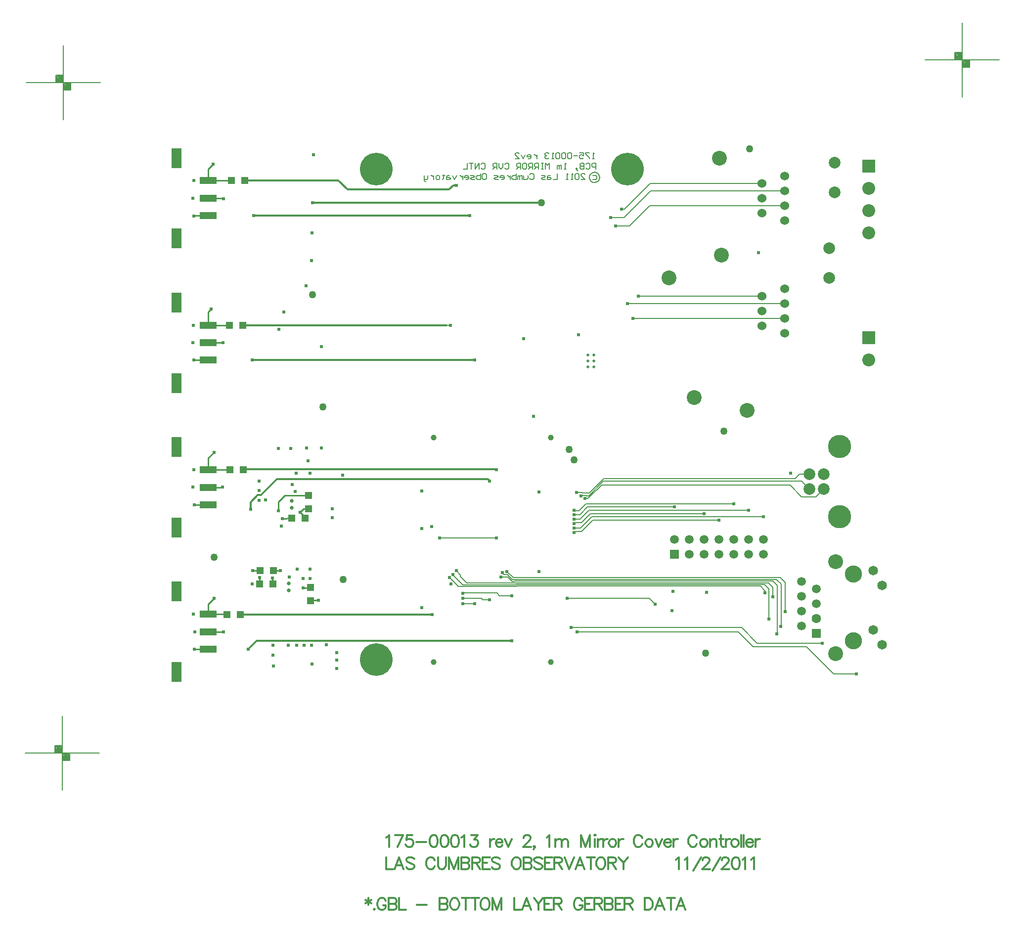
<source format=gbl>
%FSLAX23Y23*%
%MOIN*%
G70*
G01*
G75*
G04 Layer_Physical_Order=7*
G04 Layer_Color=16711680*
%ADD10R,0.025X0.100*%
%ADD11R,0.057X0.012*%
%ADD12R,0.025X0.185*%
%ADD13R,0.085X0.138*%
%ADD14R,0.085X0.043*%
%ADD15R,0.085X0.043*%
%ADD16R,0.035X0.053*%
%ADD17R,0.053X0.053*%
%ADD18R,0.070X0.135*%
%ADD19R,0.036X0.036*%
%ADD20R,0.098X0.268*%
%ADD21R,0.078X0.048*%
%ADD22R,0.063X0.075*%
%ADD23R,0.050X0.050*%
%ADD24R,0.079X0.209*%
%ADD25R,0.094X0.130*%
%ADD26O,0.028X0.098*%
%ADD27R,0.087X0.059*%
%ADD28O,0.027X0.010*%
%ADD29R,0.065X0.094*%
%ADD30O,0.024X0.010*%
%ADD31R,0.135X0.070*%
%ADD32R,0.050X0.050*%
%ADD33R,0.115X0.050*%
%ADD34R,0.065X0.135*%
%ADD35C,0.050*%
%ADD36C,0.008*%
%ADD37C,0.005*%
%ADD38C,0.012*%
%ADD39C,0.010*%
%ADD40C,0.020*%
%ADD41C,0.100*%
%ADD42C,0.030*%
%ADD43C,0.025*%
%ADD44C,0.012*%
%ADD45C,0.012*%
%ADD46C,0.060*%
%ADD47C,0.039*%
%ADD48C,0.220*%
%ADD49C,0.020*%
%ADD50C,0.059*%
%ADD51R,0.059X0.059*%
%ADD52C,0.063*%
%ADD53C,0.116*%
%ADD54C,0.065*%
%ADD55C,0.100*%
%ADD56C,0.079*%
%ADD57R,0.059X0.059*%
%ADD58C,0.059*%
%ADD59C,0.087*%
%ADD60R,0.087X0.087*%
%ADD61C,0.157*%
%ADD62C,0.026*%
%ADD63C,0.024*%
%ADD64C,0.050*%
%ADD65C,0.040*%
%ADD66C,0.070*%
G04:AMPARAMS|DCode=67|XSize=90mil|YSize=90mil|CornerRadius=0mil|HoleSize=0mil|Usage=FLASHONLY|Rotation=0.000|XOffset=0mil|YOffset=0mil|HoleType=Round|Shape=Relief|Width=10mil|Gap=10mil|Entries=4|*
%AMTHD67*
7,0,0,0.090,0.070,0.010,45*
%
%ADD67THD67*%
%ADD68C,0.080*%
%ADD69C,0.206*%
%ADD70C,0.075*%
%ADD71C,0.168*%
%ADD72C,0.080*%
%ADD73C,0.103*%
%ADD74C,0.087*%
%ADD75C,0.075*%
%ADD76C,0.076*%
%ADD77C,0.131*%
%ADD78C,0.053*%
G04:AMPARAMS|DCode=79|XSize=110mil|YSize=110mil|CornerRadius=0mil|HoleSize=0mil|Usage=FLASHONLY|Rotation=0.000|XOffset=0mil|YOffset=0mil|HoleType=Round|Shape=Relief|Width=10mil|Gap=10mil|Entries=4|*
%AMTHD79*
7,0,0,0.110,0.090,0.010,45*
%
%ADD79THD79*%
G04:AMPARAMS|DCode=80|XSize=70mil|YSize=70mil|CornerRadius=0mil|HoleSize=0mil|Usage=FLASHONLY|Rotation=0.000|XOffset=0mil|YOffset=0mil|HoleType=Round|Shape=Relief|Width=10mil|Gap=10mil|Entries=4|*
%AMTHD80*
7,0,0,0.070,0.050,0.010,45*
%
%ADD80THD80*%
G04:AMPARAMS|DCode=81|XSize=120mil|YSize=120mil|CornerRadius=0mil|HoleSize=0mil|Usage=FLASHONLY|Rotation=0.000|XOffset=0mil|YOffset=0mil|HoleType=Round|Shape=Relief|Width=10mil|Gap=10mil|Entries=4|*
%AMTHD81*
7,0,0,0.120,0.100,0.010,45*
%
%ADD81THD81*%
%ADD82C,0.068*%
G04:AMPARAMS|DCode=83|XSize=100mil|YSize=100mil|CornerRadius=0mil|HoleSize=0mil|Usage=FLASHONLY|Rotation=0.000|XOffset=0mil|YOffset=0mil|HoleType=Round|Shape=Relief|Width=10mil|Gap=10mil|Entries=4|*
%AMTHD83*
7,0,0,0.100,0.080,0.010,45*
%
%ADD83THD83*%
G04:AMPARAMS|DCode=84|XSize=123mil|YSize=123mil|CornerRadius=0mil|HoleSize=0mil|Usage=FLASHONLY|Rotation=0.000|XOffset=0mil|YOffset=0mil|HoleType=Round|Shape=Relief|Width=10mil|Gap=10mil|Entries=4|*
%AMTHD84*
7,0,0,0.123,0.103,0.010,45*
%
%ADD84THD84*%
G04:AMPARAMS|DCode=85|XSize=95.433mil|YSize=95.433mil|CornerRadius=0mil|HoleSize=0mil|Usage=FLASHONLY|Rotation=0.000|XOffset=0mil|YOffset=0mil|HoleType=Round|Shape=Relief|Width=10mil|Gap=10mil|Entries=4|*
%AMTHD85*
7,0,0,0.095,0.075,0.010,45*
%
%ADD85THD85*%
G04:AMPARAMS|DCode=86|XSize=107.244mil|YSize=107.244mil|CornerRadius=0mil|HoleSize=0mil|Usage=FLASHONLY|Rotation=0.000|XOffset=0mil|YOffset=0mil|HoleType=Round|Shape=Relief|Width=10mil|Gap=10mil|Entries=4|*
%AMTHD86*
7,0,0,0.107,0.087,0.010,45*
%
%ADD86THD86*%
G04:AMPARAMS|DCode=87|XSize=96.221mil|YSize=96.221mil|CornerRadius=0mil|HoleSize=0mil|Usage=FLASHONLY|Rotation=0.000|XOffset=0mil|YOffset=0mil|HoleType=Round|Shape=Relief|Width=10mil|Gap=10mil|Entries=4|*
%AMTHD87*
7,0,0,0.096,0.076,0.010,45*
%
%ADD87THD87*%
G04:AMPARAMS|DCode=88|XSize=150.551mil|YSize=150.551mil|CornerRadius=0mil|HoleSize=0mil|Usage=FLASHONLY|Rotation=0.000|XOffset=0mil|YOffset=0mil|HoleType=Round|Shape=Relief|Width=10mil|Gap=10mil|Entries=4|*
%AMTHD88*
7,0,0,0.151,0.131,0.010,45*
%
%ADD88THD88*%
G04:AMPARAMS|DCode=89|XSize=72.992mil|YSize=72.992mil|CornerRadius=0mil|HoleSize=0mil|Usage=FLASHONLY|Rotation=0.000|XOffset=0mil|YOffset=0mil|HoleType=Round|Shape=Relief|Width=10mil|Gap=10mil|Entries=4|*
%AMTHD89*
7,0,0,0.073,0.053,0.010,45*
%
%ADD89THD89*%
%ADD90C,0.090*%
G04:AMPARAMS|DCode=91|XSize=88mil|YSize=88mil|CornerRadius=0mil|HoleSize=0mil|Usage=FLASHONLY|Rotation=0.000|XOffset=0mil|YOffset=0mil|HoleType=Round|Shape=Relief|Width=10mil|Gap=10mil|Entries=4|*
%AMTHD91*
7,0,0,0.088,0.068,0.010,45*
%
%ADD91THD91*%
D23*
X12445Y11034D02*
D03*
X12535D02*
D03*
X12465Y12009D02*
D03*
X12555D02*
D03*
X12461Y12983D02*
D03*
X12551D02*
D03*
X12475Y13959D02*
D03*
X12565D02*
D03*
X12970Y11682D02*
D03*
X12880D02*
D03*
X12662Y11240D02*
D03*
X12752D02*
D03*
X12757Y11328D02*
D03*
X12667D02*
D03*
D32*
X12995Y11837D02*
D03*
Y11747D02*
D03*
X13007Y11125D02*
D03*
Y11215D02*
D03*
D33*
X12318Y11035D02*
D03*
Y10917D02*
D03*
Y10799D02*
D03*
Y13958D02*
D03*
Y13840D02*
D03*
Y13722D02*
D03*
Y12984D02*
D03*
Y12866D02*
D03*
Y12748D02*
D03*
Y12009D02*
D03*
Y11891D02*
D03*
Y11773D02*
D03*
D34*
X12102Y11188D02*
D03*
Y10646D02*
D03*
Y14111D02*
D03*
Y13569D02*
D03*
Y13137D02*
D03*
Y12594D02*
D03*
Y12162D02*
D03*
Y11620D02*
D03*
D36*
X14956Y13981D02*
X14955Y13991D01*
X14950Y14000D01*
X14943Y14007D01*
X14935Y14012D01*
X14925Y14015D01*
X14915Y14014D01*
X14905Y14010D01*
X14897Y14004D01*
X14891Y13995D01*
X14888Y13986D01*
Y13976D01*
X14891Y13966D01*
X14897Y13957D01*
X14905Y13951D01*
X14915Y13947D01*
X14925Y13947D01*
X14935Y13949D01*
X14943Y13954D01*
X14950Y13961D01*
X14955Y13971D01*
X14956Y13981D01*
X14034Y11142D02*
X14160D01*
X14168Y11133D01*
X14279Y11161D02*
X14361D01*
X14262Y11179D02*
X14279Y11161D01*
X14034Y11105D02*
X14112D01*
X14214Y11133D02*
X14215Y11134D01*
X14168Y11133D02*
X14214D01*
X14361Y11161D02*
X14362Y11160D01*
X14034Y11179D02*
X14262D01*
X13925Y12983D02*
X13950D01*
X13878Y11551D02*
X14260D01*
X15289Y11144D02*
X15329Y11104D01*
X14738Y11144D02*
X15289D01*
X15181Y13030D02*
X16202D01*
X15181Y13029D02*
X15181Y13030D01*
X15144Y13130D02*
X16202D01*
X15143Y13128D02*
X15144Y13130D01*
X15219Y13180D02*
X16049D01*
X15218Y13180D02*
X15219Y13180D01*
X15293Y13790D02*
X16202D01*
X15156Y13652D02*
X15293Y13790D01*
X15065Y13652D02*
X15156D01*
X15300Y13890D02*
X16202D01*
X15121Y13710D02*
X15300Y13890D01*
X15029Y13710D02*
X15121D01*
X15297Y13940D02*
X16049D01*
X15124Y13766D02*
X15297Y13940D01*
X15102Y13766D02*
X15124D01*
X16018Y10840D02*
X16457D01*
X15912Y10946D02*
X16018Y10840D01*
X14764Y10946D02*
X15912D01*
X16532Y10634D02*
X16688D01*
X16349Y10817D02*
X16532Y10634D01*
X15989Y10817D02*
X16349D01*
X14805Y10917D02*
X15889D01*
X15989Y10817D01*
X14919Y14106D02*
X14906D01*
X14912D01*
Y14146D01*
X14919Y14140D01*
X14886Y14146D02*
X14859D01*
Y14140D01*
X14886Y14113D01*
Y14106D01*
X14819Y14146D02*
X14846D01*
Y14126D01*
X14832Y14133D01*
X14826D01*
X14819Y14126D01*
Y14113D01*
X14826Y14106D01*
X14839D01*
X14846Y14113D01*
X14806Y14126D02*
X14779D01*
X14766Y14140D02*
X14759Y14146D01*
X14746D01*
X14739Y14140D01*
Y14113D01*
X14746Y14106D01*
X14759D01*
X14766Y14113D01*
Y14140D01*
X14726D02*
X14719Y14146D01*
X14706D01*
X14699Y14140D01*
Y14113D01*
X14706Y14106D01*
X14719D01*
X14726Y14113D01*
Y14140D01*
X14686D02*
X14679Y14146D01*
X14666D01*
X14659Y14140D01*
Y14113D01*
X14666Y14106D01*
X14679D01*
X14686Y14113D01*
Y14140D01*
X14646Y14106D02*
X14632D01*
X14639D01*
Y14146D01*
X14646Y14140D01*
X14612D02*
X14606Y14146D01*
X14592D01*
X14586Y14140D01*
Y14133D01*
X14592Y14126D01*
X14599D01*
X14592D01*
X14586Y14120D01*
Y14113D01*
X14592Y14106D01*
X14606D01*
X14612Y14113D01*
X14532Y14133D02*
Y14106D01*
Y14120D01*
X14526Y14126D01*
X14519Y14133D01*
X14512D01*
X14473Y14106D02*
X14486D01*
X14493Y14113D01*
Y14126D01*
X14486Y14133D01*
X14473D01*
X14466Y14126D01*
Y14120D01*
X14493D01*
X14453Y14133D02*
X14439Y14106D01*
X14426Y14133D01*
X14386Y14106D02*
X14413D01*
X14386Y14133D01*
Y14140D01*
X14393Y14146D01*
X14406D01*
X14413Y14140D01*
X14929Y14035D02*
Y14075D01*
X14909D01*
X14902Y14069D01*
Y14055D01*
X14909Y14049D01*
X14929D01*
X14862Y14069D02*
X14869Y14075D01*
X14882D01*
X14889Y14069D01*
Y14042D01*
X14882Y14035D01*
X14869D01*
X14862Y14042D01*
X14849Y14075D02*
Y14035D01*
X14829D01*
X14822Y14042D01*
Y14049D01*
X14829Y14055D01*
X14849D01*
X14829D01*
X14822Y14062D01*
Y14069D01*
X14829Y14075D01*
X14849D01*
X14802Y14029D02*
X14796Y14035D01*
Y14042D01*
X14802D01*
Y14035D01*
X14796D01*
X14802Y14029D01*
X14809Y14022D01*
X14729Y14035D02*
X14716D01*
X14722D01*
Y14075D01*
X14729Y14069D01*
X14696Y14035D02*
Y14062D01*
X14689D01*
X14682Y14055D01*
Y14035D01*
Y14055D01*
X14676Y14062D01*
X14669Y14055D01*
Y14035D01*
X14616D02*
Y14075D01*
X14602Y14062D01*
X14589Y14075D01*
Y14035D01*
X14576Y14075D02*
X14562D01*
X14569D01*
Y14035D01*
X14576D01*
X14562D01*
X14542D02*
Y14075D01*
X14522D01*
X14516Y14069D01*
Y14055D01*
X14522Y14049D01*
X14542D01*
X14529D02*
X14516Y14035D01*
X14503D02*
Y14075D01*
X14483D01*
X14476Y14069D01*
Y14055D01*
X14483Y14049D01*
X14503D01*
X14489D02*
X14476Y14035D01*
X14443Y14075D02*
X14456D01*
X14463Y14069D01*
Y14042D01*
X14456Y14035D01*
X14443D01*
X14436Y14042D01*
Y14069D01*
X14443Y14075D01*
X14423Y14035D02*
Y14075D01*
X14403D01*
X14396Y14069D01*
Y14055D01*
X14403Y14049D01*
X14423D01*
X14409D02*
X14396Y14035D01*
X14316Y14069D02*
X14323Y14075D01*
X14336D01*
X14343Y14069D01*
Y14042D01*
X14336Y14035D01*
X14323D01*
X14316Y14042D01*
X14303Y14075D02*
Y14049D01*
X14289Y14035D01*
X14276Y14049D01*
Y14075D01*
X14263Y14035D02*
Y14075D01*
X14243D01*
X14236Y14069D01*
Y14055D01*
X14243Y14049D01*
X14263D01*
X14249D02*
X14236Y14035D01*
X14156Y14069D02*
X14163Y14075D01*
X14176D01*
X14183Y14069D01*
Y14042D01*
X14176Y14035D01*
X14163D01*
X14156Y14042D01*
X14143Y14035D02*
Y14075D01*
X14116Y14035D01*
Y14075D01*
X14103D02*
X14076D01*
X14089D01*
Y14035D01*
X14063Y14075D02*
Y14035D01*
X14036D01*
X14911Y13994D02*
X14931D01*
X14938Y13987D01*
Y13974D01*
X14931Y13967D01*
X14911D01*
X14831D02*
X14858D01*
X14831Y13994D01*
Y14001D01*
X14838Y14007D01*
X14851D01*
X14858Y14001D01*
X14818D02*
X14811Y14007D01*
X14798D01*
X14791Y14001D01*
Y13974D01*
X14798Y13967D01*
X14811D01*
X14818Y13974D01*
Y14001D01*
X14778Y13967D02*
X14765D01*
X14771D01*
Y14007D01*
X14778Y14001D01*
X14745Y13967D02*
X14731D01*
X14738D01*
Y14007D01*
X14745Y14001D01*
X14671Y14007D02*
Y13967D01*
X14645D01*
X14625Y13994D02*
X14611D01*
X14605Y13987D01*
Y13967D01*
X14625D01*
X14631Y13974D01*
X14625Y13981D01*
X14605D01*
X14591Y13967D02*
X14571D01*
X14565Y13974D01*
X14571Y13981D01*
X14585D01*
X14591Y13987D01*
X14585Y13994D01*
X14565D01*
X14485Y14001D02*
X14492Y14007D01*
X14505D01*
X14512Y14001D01*
Y13974D01*
X14505Y13967D01*
X14492D01*
X14485Y13974D01*
X14472Y13994D02*
Y13974D01*
X14465Y13967D01*
X14445D01*
Y13994D01*
X14432Y13967D02*
Y13994D01*
X14425D01*
X14418Y13987D01*
Y13967D01*
Y13987D01*
X14412Y13994D01*
X14405Y13987D01*
Y13967D01*
X14392Y14007D02*
Y13967D01*
X14372D01*
X14365Y13974D01*
Y13981D01*
Y13987D01*
X14372Y13994D01*
X14392D01*
X14352D02*
Y13967D01*
Y13981D01*
X14345Y13987D01*
X14338Y13994D01*
X14332D01*
X14292Y13967D02*
X14305D01*
X14312Y13974D01*
Y13987D01*
X14305Y13994D01*
X14292D01*
X14285Y13987D01*
Y13981D01*
X14312D01*
X14272Y13967D02*
X14252D01*
X14245Y13974D01*
X14252Y13981D01*
X14265D01*
X14272Y13987D01*
X14265Y13994D01*
X14245D01*
X14172Y14007D02*
X14185D01*
X14192Y14001D01*
Y13974D01*
X14185Y13967D01*
X14172D01*
X14165Y13974D01*
Y14001D01*
X14172Y14007D01*
X14152D02*
Y13967D01*
X14132D01*
X14125Y13974D01*
Y13981D01*
Y13987D01*
X14132Y13994D01*
X14152D01*
X14112Y13967D02*
X14092D01*
X14085Y13974D01*
X14092Y13981D01*
X14105D01*
X14112Y13987D01*
X14105Y13994D01*
X14085D01*
X14052Y13967D02*
X14065D01*
X14072Y13974D01*
Y13987D01*
X14065Y13994D01*
X14052D01*
X14045Y13987D01*
Y13981D01*
X14072D01*
X14032Y13994D02*
Y13967D01*
Y13981D01*
X14025Y13987D01*
X14018Y13994D01*
X14012D01*
X13992D02*
X13978Y13967D01*
X13965Y13994D01*
X13945D02*
X13932D01*
X13925Y13987D01*
Y13967D01*
X13945D01*
X13952Y13974D01*
X13945Y13981D01*
X13925D01*
X13905Y14001D02*
Y13994D01*
X13912D01*
X13898D01*
X13905D01*
Y13974D01*
X13898Y13967D01*
X13872D02*
X13858D01*
X13852Y13974D01*
Y13987D01*
X13858Y13994D01*
X13872D01*
X13878Y13987D01*
Y13974D01*
X13872Y13967D01*
X13838Y13994D02*
Y13967D01*
Y13981D01*
X13832Y13987D01*
X13825Y13994D01*
X13818D01*
X13798D02*
Y13974D01*
X13792Y13967D01*
X13772D01*
Y13961D01*
X13778Y13954D01*
X13785D01*
X13772Y13967D02*
Y13994D01*
X11311Y14643D02*
X11321D01*
X11311Y14638D02*
Y14648D01*
Y14638D02*
X11321D01*
Y14648D01*
X11311D02*
X11321D01*
X11306Y14633D02*
Y14648D01*
Y14633D02*
X11326D01*
Y14653D01*
X11306D02*
X11326D01*
X11301Y14628D02*
Y14653D01*
Y14628D02*
X11331D01*
Y14658D01*
X11301D02*
X11331D01*
X11296Y14623D02*
Y14663D01*
Y14623D02*
X11336D01*
Y14663D01*
X11296D02*
X11336D01*
X11361Y14593D02*
X11371D01*
X11361Y14588D02*
Y14598D01*
Y14588D02*
X11371D01*
Y14598D01*
X11361D02*
X11371D01*
X11356Y14583D02*
Y14598D01*
Y14583D02*
X11376D01*
Y14603D01*
X11356D02*
X11376D01*
X11351Y14578D02*
Y14603D01*
Y14578D02*
X11381D01*
Y14608D01*
X11351D02*
X11381D01*
X11346Y14573D02*
Y14613D01*
Y14573D02*
X11386D01*
Y14613D01*
X11346D02*
X11386D01*
X11341Y14568D02*
X11391D01*
Y14618D01*
X11291Y14668D02*
X11341D01*
X11291Y14618D02*
Y14668D01*
X11341Y14368D02*
Y14868D01*
X11091Y14618D02*
X11591D01*
X11302Y10123D02*
X11312D01*
X11302Y10118D02*
Y10128D01*
Y10118D02*
X11312D01*
Y10128D01*
X11302D02*
X11312D01*
X11297Y10113D02*
Y10128D01*
Y10113D02*
X11317D01*
Y10133D01*
X11297D02*
X11317D01*
X11292Y10108D02*
Y10133D01*
Y10108D02*
X11322D01*
Y10138D01*
X11292D02*
X11322D01*
X11287Y10103D02*
Y10143D01*
Y10103D02*
X11327D01*
Y10143D01*
X11287D02*
X11327D01*
X11352Y10073D02*
X11362D01*
X11352Y10068D02*
Y10078D01*
Y10068D02*
X11362D01*
Y10078D01*
X11352D02*
X11362D01*
X11347Y10063D02*
Y10078D01*
Y10063D02*
X11367D01*
Y10083D01*
X11347D02*
X11367D01*
X11342Y10058D02*
Y10083D01*
Y10058D02*
X11372D01*
Y10088D01*
X11342D02*
X11372D01*
X11337Y10053D02*
Y10093D01*
Y10053D02*
X11377D01*
Y10093D01*
X11337D02*
X11377D01*
X11332Y10048D02*
X11382D01*
Y10098D01*
X11282Y10148D02*
X11332D01*
X11282Y10098D02*
Y10148D01*
X11332Y9848D02*
Y10348D01*
X11082Y10098D02*
X11582D01*
X17370Y14798D02*
X17380D01*
X17370Y14793D02*
Y14803D01*
Y14793D02*
X17380Y14793D01*
X17380Y14803D01*
X17370D02*
X17380D01*
X17365Y14788D02*
Y14803D01*
Y14788D02*
X17385D01*
Y14808D01*
X17365Y14808D02*
X17385Y14808D01*
X17360Y14783D02*
Y14808D01*
Y14783D02*
X17390D01*
Y14813D01*
X17360D02*
X17390D01*
X17355Y14778D02*
Y14818D01*
Y14778D02*
X17395D01*
Y14818D01*
X17355D02*
X17395D01*
X17420Y14748D02*
X17430D01*
X17420Y14743D02*
X17420Y14753D01*
X17420Y14743D02*
X17430D01*
Y14753D01*
X17420Y14753D02*
X17430Y14753D01*
X17415Y14738D02*
Y14753D01*
Y14738D02*
X17435Y14738D01*
X17435Y14758D02*
X17435Y14738D01*
X17415Y14758D02*
X17435D01*
X17410Y14733D02*
Y14758D01*
Y14733D02*
X17440D01*
Y14763D01*
X17410D02*
X17440D01*
X17405Y14728D02*
Y14768D01*
Y14728D02*
X17445D01*
Y14768D01*
X17405D02*
X17445D01*
X17400Y14723D02*
X17450Y14723D01*
X17450Y14773D02*
X17450Y14723D01*
X17350Y14823D02*
X17400Y14823D01*
X17350Y14823D02*
X17350Y14773D01*
X17400Y14523D02*
Y15023D01*
X17150Y14773D02*
X17650D01*
D37*
X13990Y11328D02*
Y11328D01*
Y11328D02*
X14017Y11301D01*
Y11288D02*
Y11301D01*
Y11288D02*
X14060Y11245D01*
X13965Y11304D02*
X13966D01*
X13964Y11302D02*
X13965Y11304D01*
X16147Y11271D02*
X16179Y11239D01*
X13944Y11282D02*
X14003Y11223D01*
X13964Y11302D02*
X14032Y11234D01*
X14366Y11256D02*
X14378D01*
X14338Y11285D02*
X14366Y11256D01*
X14060Y11245D02*
X14382D01*
X14032Y11234D02*
X14387D01*
X14003Y11223D02*
X14392D01*
X14367Y11271D02*
X16147D01*
X14310Y11304D02*
X14334D01*
X14299Y11315D02*
X14310Y11304D01*
X14334D02*
X14367Y11271D01*
X16040Y11225D02*
X16071Y11194D01*
X14394Y11225D02*
X16040D01*
X14392Y11223D02*
X14394Y11225D01*
X16067Y11236D02*
X16098Y11205D01*
X14389Y11236D02*
X16067D01*
X14387Y11234D02*
X14389Y11236D01*
X16094Y11247D02*
X16125Y11217D01*
X14384Y11247D02*
X16094D01*
X14382Y11245D02*
X14384Y11247D01*
X14380Y11258D02*
X16122D01*
X14378Y11256D02*
X14380Y11258D01*
X14289Y11285D02*
X14338D01*
X16175Y11282D02*
X16206Y11250D01*
X14372Y11282D02*
X16175D01*
X14329Y11324D02*
X14372Y11282D01*
X14902Y11692D02*
X16059D01*
X14883Y11736D02*
X15959D01*
X14865Y11780D02*
X15860D01*
X14911Y11670D02*
X15760D01*
X14817Y11732D02*
X14865Y11780D01*
X14823Y11706D02*
X14874Y11758D01*
X14824Y11676D02*
X14883Y11736D01*
X14833Y11654D02*
X14893Y11714D01*
X14826Y11616D02*
X14902Y11692D01*
X14874Y11758D02*
X15460D01*
X14893Y11714D02*
X15660D01*
X14787Y11732D02*
X14817D01*
X14783Y11736D02*
X14787Y11732D01*
X14783Y11706D02*
X14823D01*
X14835Y11594D02*
X14911Y11670D01*
X14791Y11594D02*
X14835D01*
X14783Y11616D02*
X14826D01*
X14791Y11654D02*
X14833D01*
X14783Y11646D02*
X14791Y11654D01*
X14783Y11676D02*
X14824D01*
X14982Y11951D02*
X16274D01*
X14980Y11933D02*
X16316D01*
X14882Y11834D02*
X14980Y11933D01*
X14831Y11835D02*
X14867D01*
X14830Y11834D02*
X14831Y11835D01*
X14886Y11854D02*
X14982Y11951D01*
X14800Y11855D02*
X14838D01*
X14799Y11854D02*
X14800Y11855D01*
X14839Y11854D02*
X14886D01*
X14838Y11855D02*
X14839Y11854D01*
X14867Y11834D02*
X14882D01*
X14867Y11835D02*
X14867Y11834D01*
X16239Y11907D02*
X16318Y11827D01*
X14969Y11907D02*
X16239D01*
X14877Y11815D02*
X14969Y11907D01*
X16316Y11933D02*
X16369Y11880D01*
X14850Y11815D02*
X14877D01*
X16274Y11951D02*
X16303Y11979D01*
X16369D01*
X16414Y11827D02*
X16467Y11880D01*
X16318Y11827D02*
X16414D01*
X16151Y10904D02*
X16152Y10905D01*
Y11228D01*
X16097Y11004D02*
X16098Y11005D01*
Y11205D01*
X16206Y11055D02*
X16207Y11054D01*
X16206Y11055D02*
Y11250D01*
X16125Y11154D02*
Y11217D01*
X16071Y11178D02*
Y11194D01*
X16179Y10953D02*
Y11239D01*
X16122Y11258D02*
X16152Y11228D01*
X14329Y11319D02*
Y11324D01*
D38*
X13971Y13927D02*
X13990D01*
X12565Y13959D02*
X13195D01*
X14203Y11947D02*
X14215Y11934D01*
X12781Y11947D02*
X14203D01*
X12602Y11744D02*
Y11790D01*
X12650Y11838D01*
X12672D01*
X12781Y11947D01*
X12625Y13722D02*
X14079Y13723D01*
X12615Y12750D02*
X14112D01*
X12555Y12012D02*
X14260D01*
X12644Y10856D02*
X14366D01*
X12587Y10799D02*
X12644Y10856D01*
X12551Y12983D02*
X13925D01*
X12535Y11034D02*
X13827D01*
X13021Y13808D02*
X14565D01*
X13195Y13959D02*
X13256Y13898D01*
X13941D01*
X13971Y13927D01*
X13518Y9531D02*
X13526Y9535D01*
X13537Y9546D01*
Y9466D01*
X13630Y9546D02*
X13592Y9466D01*
X13577Y9546D02*
X13630D01*
X13694D02*
X13656D01*
X13652Y9512D01*
X13656Y9516D01*
X13667Y9520D01*
X13679D01*
X13690Y9516D01*
X13698Y9508D01*
X13701Y9497D01*
Y9489D01*
X13698Y9478D01*
X13690Y9470D01*
X13679Y9466D01*
X13667D01*
X13656Y9470D01*
X13652Y9474D01*
X13648Y9482D01*
X13719Y9501D02*
X13788D01*
X13834Y9546D02*
X13823Y9543D01*
X13815Y9531D01*
X13811Y9512D01*
Y9501D01*
X13815Y9482D01*
X13823Y9470D01*
X13834Y9466D01*
X13842D01*
X13853Y9470D01*
X13861Y9482D01*
X13865Y9501D01*
Y9512D01*
X13861Y9531D01*
X13853Y9543D01*
X13842Y9546D01*
X13834D01*
X13906D02*
X13894Y9543D01*
X13886Y9531D01*
X13883Y9512D01*
Y9501D01*
X13886Y9482D01*
X13894Y9470D01*
X13906Y9466D01*
X13913D01*
X13925Y9470D01*
X13932Y9482D01*
X13936Y9501D01*
Y9512D01*
X13932Y9531D01*
X13925Y9543D01*
X13913Y9546D01*
X13906D01*
X13977D02*
X13965Y9543D01*
X13958Y9531D01*
X13954Y9512D01*
Y9501D01*
X13958Y9482D01*
X13965Y9470D01*
X13977Y9466D01*
X13984D01*
X13996Y9470D01*
X14003Y9482D01*
X14007Y9501D01*
Y9512D01*
X14003Y9531D01*
X13996Y9543D01*
X13984Y9546D01*
X13977D01*
X14025Y9531D02*
X14033Y9535D01*
X14044Y9546D01*
Y9466D01*
X14091Y9546D02*
X14133D01*
X14110Y9516D01*
X14122D01*
X14129Y9512D01*
X14133Y9508D01*
X14137Y9497D01*
Y9489D01*
X14133Y9478D01*
X14126Y9470D01*
X14114Y9466D01*
X14103D01*
X14091Y9470D01*
X14088Y9474D01*
X14084Y9482D01*
X14218Y9520D02*
Y9466D01*
Y9497D02*
X14222Y9508D01*
X14229Y9516D01*
X14237Y9520D01*
X14248D01*
X14256Y9497D02*
X14301D01*
Y9504D01*
X14297Y9512D01*
X14294Y9516D01*
X14286Y9520D01*
X14275D01*
X14267Y9516D01*
X14259Y9508D01*
X14256Y9497D01*
Y9489D01*
X14259Y9478D01*
X14267Y9470D01*
X14275Y9466D01*
X14286D01*
X14294Y9470D01*
X14301Y9478D01*
X14318Y9520D02*
X14341Y9466D01*
X14364Y9520D02*
X14341Y9466D01*
X14444Y9527D02*
Y9531D01*
X14447Y9539D01*
X14451Y9543D01*
X14459Y9546D01*
X14474D01*
X14482Y9543D01*
X14486Y9539D01*
X14489Y9531D01*
Y9523D01*
X14486Y9516D01*
X14478Y9504D01*
X14440Y9466D01*
X14493D01*
X14519Y9470D02*
X14515Y9466D01*
X14511Y9470D01*
X14515Y9474D01*
X14519Y9470D01*
Y9463D01*
X14515Y9455D01*
X14511Y9451D01*
X14599Y9531D02*
X14607Y9535D01*
X14618Y9546D01*
Y9466D01*
X14658Y9520D02*
Y9466D01*
Y9504D02*
X14669Y9516D01*
X14677Y9520D01*
X14688D01*
X14696Y9516D01*
X14700Y9504D01*
Y9466D01*
Y9504D02*
X14711Y9516D01*
X14719Y9520D01*
X14730D01*
X14738Y9516D01*
X14742Y9504D01*
Y9466D01*
X14830Y9546D02*
Y9466D01*
Y9546D02*
X14860Y9466D01*
X14890Y9546D02*
X14860Y9466D01*
X14890Y9546D02*
Y9466D01*
X14921Y9546D02*
X14925Y9543D01*
X14929Y9546D01*
X14925Y9550D01*
X14921Y9546D01*
X14925Y9520D02*
Y9466D01*
X14943Y9520D02*
Y9466D01*
Y9497D02*
X14946Y9508D01*
X14954Y9516D01*
X14962Y9520D01*
X14973D01*
X14980D02*
Y9466D01*
Y9497D02*
X14984Y9508D01*
X14992Y9516D01*
X14999Y9520D01*
X15011D01*
X15037D02*
X15029Y9516D01*
X15022Y9508D01*
X15018Y9497D01*
Y9489D01*
X15022Y9478D01*
X15029Y9470D01*
X15037Y9466D01*
X15049D01*
X15056Y9470D01*
X15064Y9478D01*
X15068Y9489D01*
Y9497D01*
X15064Y9508D01*
X15056Y9516D01*
X15049Y9520D01*
X15037D01*
X15085D02*
Y9466D01*
Y9497D02*
X15089Y9508D01*
X15097Y9516D01*
X15104Y9520D01*
X15116D01*
X15243Y9527D02*
X15239Y9535D01*
X15231Y9543D01*
X15224Y9546D01*
X15208D01*
X15201Y9543D01*
X15193Y9535D01*
X15189Y9527D01*
X15186Y9516D01*
Y9497D01*
X15189Y9485D01*
X15193Y9478D01*
X15201Y9470D01*
X15208Y9466D01*
X15224D01*
X15231Y9470D01*
X15239Y9478D01*
X15243Y9485D01*
X15284Y9520D02*
X15277Y9516D01*
X15269Y9508D01*
X15265Y9497D01*
Y9489D01*
X15269Y9478D01*
X15277Y9470D01*
X15284Y9466D01*
X15296D01*
X15303Y9470D01*
X15311Y9478D01*
X15315Y9489D01*
Y9497D01*
X15311Y9508D01*
X15303Y9516D01*
X15296Y9520D01*
X15284D01*
X15332D02*
X15355Y9466D01*
X15378Y9520D02*
X15355Y9466D01*
X15391Y9497D02*
X15437D01*
Y9504D01*
X15433Y9512D01*
X15429Y9516D01*
X15421Y9520D01*
X15410D01*
X15402Y9516D01*
X15395Y9508D01*
X15391Y9497D01*
Y9489D01*
X15395Y9478D01*
X15402Y9470D01*
X15410Y9466D01*
X15421D01*
X15429Y9470D01*
X15437Y9478D01*
X15454Y9520D02*
Y9466D01*
Y9497D02*
X15458Y9508D01*
X15465Y9516D01*
X15473Y9520D01*
X15484D01*
X15611Y9527D02*
X15608Y9535D01*
X15600Y9543D01*
X15592Y9546D01*
X15577D01*
X15570Y9543D01*
X15562Y9535D01*
X15558Y9527D01*
X15554Y9516D01*
Y9497D01*
X15558Y9485D01*
X15562Y9478D01*
X15570Y9470D01*
X15577Y9466D01*
X15592D01*
X15600Y9470D01*
X15608Y9478D01*
X15611Y9485D01*
X15653Y9520D02*
X15645Y9516D01*
X15638Y9508D01*
X15634Y9497D01*
Y9489D01*
X15638Y9478D01*
X15645Y9470D01*
X15653Y9466D01*
X15664D01*
X15672Y9470D01*
X15680Y9478D01*
X15683Y9489D01*
Y9497D01*
X15680Y9508D01*
X15672Y9516D01*
X15664Y9520D01*
X15653D01*
X15701D02*
Y9466D01*
Y9504D02*
X15712Y9516D01*
X15720Y9520D01*
X15731D01*
X15739Y9516D01*
X15743Y9504D01*
Y9466D01*
X15775Y9546D02*
Y9482D01*
X15779Y9470D01*
X15787Y9466D01*
X15794D01*
X15764Y9520D02*
X15790D01*
X15806D02*
Y9466D01*
Y9497D02*
X15809Y9508D01*
X15817Y9516D01*
X15825Y9520D01*
X15836D01*
X15862D02*
X15855Y9516D01*
X15847Y9508D01*
X15843Y9497D01*
Y9489D01*
X15847Y9478D01*
X15855Y9470D01*
X15862Y9466D01*
X15874D01*
X15881Y9470D01*
X15889Y9478D01*
X15893Y9489D01*
Y9497D01*
X15889Y9508D01*
X15881Y9516D01*
X15874Y9520D01*
X15862D01*
X15910Y9546D02*
Y9466D01*
X15927Y9546D02*
Y9466D01*
X15944Y9497D02*
X15990D01*
Y9504D01*
X15986Y9512D01*
X15982Y9516D01*
X15974Y9520D01*
X15963D01*
X15955Y9516D01*
X15948Y9508D01*
X15944Y9497D01*
Y9489D01*
X15948Y9478D01*
X15955Y9470D01*
X15963Y9466D01*
X15974D01*
X15982Y9470D01*
X15990Y9478D01*
X16007Y9520D02*
Y9466D01*
Y9497D02*
X16011Y9508D01*
X16018Y9516D01*
X16026Y9520D01*
X16037D01*
D39*
X12417Y13840D02*
X12421Y13836D01*
X12318Y13840D02*
X12417D01*
X12414Y12866D02*
X12416Y12867D01*
X12318Y12866D02*
X12414D01*
X12412Y11891D02*
X12414Y11893D01*
X12318Y11891D02*
X12412D01*
X12219Y12748D02*
X12220Y12748D01*
X12318D01*
Y14036D02*
X12351Y14069D01*
X12318Y13958D02*
Y14036D01*
X12474Y13958D02*
X12475Y13959D01*
X12318Y13958D02*
X12474D01*
X12219Y13721D02*
X12220Y13722D01*
X12318D01*
Y13074D02*
X12338Y13094D01*
X12318Y12984D02*
Y13074D01*
Y12984D02*
X12461D01*
X12318Y12089D02*
X12356Y12127D01*
X12318Y12009D02*
Y12089D01*
X12465Y12009D02*
X12465Y12009D01*
X12318Y12009D02*
X12465D01*
X12223Y11772D02*
X12224Y11773D01*
X12318D01*
Y11104D02*
X12357Y11143D01*
X12318Y11035D02*
Y11104D01*
X12225Y10799D02*
X12226Y10799D01*
X12318D01*
X12444Y11035D02*
X12445Y11034D01*
X12318Y11035D02*
X12444D01*
X12421Y10917D02*
X12422Y10916D01*
X12318Y10917D02*
X12421D01*
X12956Y11212D02*
X13004D01*
X13010Y11128D02*
X13060D01*
X12757Y11328D02*
X12803D01*
X12804Y11329D01*
X12618Y11330D02*
X12665D01*
X13004Y11212D02*
X13007Y11215D01*
Y11125D02*
X13010Y11128D01*
X12750Y11242D02*
Y11279D01*
Y11242D02*
X12752Y11240D01*
X12665Y11330D02*
X12667Y11328D01*
X12662Y11240D02*
Y11282D01*
X12663Y11283D01*
X12936Y11724D02*
X12970Y11690D01*
X12789Y11794D02*
X12832Y11837D01*
X12995D01*
X12936Y11724D02*
X12959Y11747D01*
X12995D01*
X12817Y11680D02*
X12880Y11682D01*
X12789Y11734D02*
Y11794D01*
X12970Y11682D02*
Y11690D01*
D44*
X13397Y9122D02*
Y9076D01*
X13378Y9110D02*
X13416Y9087D01*
Y9110D02*
X13378Y9087D01*
X13437Y9049D02*
X13433Y9045D01*
X13437Y9042D01*
X13440Y9045D01*
X13437Y9049D01*
X13515Y9103D02*
X13511Y9110D01*
X13504Y9118D01*
X13496Y9122D01*
X13481D01*
X13473Y9118D01*
X13465Y9110D01*
X13462Y9103D01*
X13458Y9091D01*
Y9072D01*
X13462Y9061D01*
X13465Y9053D01*
X13473Y9045D01*
X13481Y9042D01*
X13496D01*
X13504Y9045D01*
X13511Y9053D01*
X13515Y9061D01*
Y9072D01*
X13496D02*
X13515D01*
X13533Y9122D02*
Y9042D01*
Y9122D02*
X13568D01*
X13579Y9118D01*
X13583Y9114D01*
X13587Y9106D01*
Y9099D01*
X13583Y9091D01*
X13579Y9087D01*
X13568Y9084D01*
X13533D02*
X13568D01*
X13579Y9080D01*
X13583Y9076D01*
X13587Y9068D01*
Y9057D01*
X13583Y9049D01*
X13579Y9045D01*
X13568Y9042D01*
X13533D01*
X13605Y9122D02*
Y9042D01*
X13650D01*
X13722Y9076D02*
X13790D01*
X13877Y9122D02*
Y9042D01*
Y9122D02*
X13911D01*
X13923Y9118D01*
X13926Y9114D01*
X13930Y9106D01*
Y9099D01*
X13926Y9091D01*
X13923Y9087D01*
X13911Y9084D01*
X13877D02*
X13911D01*
X13923Y9080D01*
X13926Y9076D01*
X13930Y9068D01*
Y9057D01*
X13926Y9049D01*
X13923Y9045D01*
X13911Y9042D01*
X13877D01*
X13971Y9122D02*
X13963Y9118D01*
X13956Y9110D01*
X13952Y9103D01*
X13948Y9091D01*
Y9072D01*
X13952Y9061D01*
X13956Y9053D01*
X13963Y9045D01*
X13971Y9042D01*
X13986D01*
X13994Y9045D01*
X14001Y9053D01*
X14005Y9061D01*
X14009Y9072D01*
Y9091D01*
X14005Y9103D01*
X14001Y9110D01*
X13994Y9118D01*
X13986Y9122D01*
X13971D01*
X14054D02*
Y9042D01*
X14028Y9122D02*
X14081D01*
X14117D02*
Y9042D01*
X14091Y9122D02*
X14144D01*
X14176D02*
X14169Y9118D01*
X14161Y9110D01*
X14157Y9103D01*
X14153Y9091D01*
Y9072D01*
X14157Y9061D01*
X14161Y9053D01*
X14169Y9045D01*
X14176Y9042D01*
X14191D01*
X14199Y9045D01*
X14207Y9053D01*
X14210Y9061D01*
X14214Y9072D01*
Y9091D01*
X14210Y9103D01*
X14207Y9110D01*
X14199Y9118D01*
X14191Y9122D01*
X14176D01*
X14233D02*
Y9042D01*
Y9122D02*
X14263Y9042D01*
X14294Y9122D02*
X14263Y9042D01*
X14294Y9122D02*
Y9042D01*
X14380Y9122D02*
Y9042D01*
X14425D01*
X14495D02*
X14465Y9122D01*
X14434Y9042D01*
X14445Y9068D02*
X14484D01*
X14514Y9122D02*
X14544Y9084D01*
Y9042D01*
X14575Y9122D02*
X14544Y9084D01*
X14634Y9122D02*
X14585D01*
Y9042D01*
X14634D01*
X14585Y9084D02*
X14615D01*
X14648Y9122D02*
Y9042D01*
Y9122D02*
X14682D01*
X14693Y9118D01*
X14697Y9114D01*
X14701Y9106D01*
Y9099D01*
X14697Y9091D01*
X14693Y9087D01*
X14682Y9084D01*
X14648D01*
X14674D02*
X14701Y9042D01*
X14839Y9103D02*
X14835Y9110D01*
X14827Y9118D01*
X14820Y9122D01*
X14805D01*
X14797Y9118D01*
X14789Y9110D01*
X14786Y9103D01*
X14782Y9091D01*
Y9072D01*
X14786Y9061D01*
X14789Y9053D01*
X14797Y9045D01*
X14805Y9042D01*
X14820D01*
X14827Y9045D01*
X14835Y9053D01*
X14839Y9061D01*
Y9072D01*
X14820D02*
X14839D01*
X14907Y9122D02*
X14857D01*
Y9042D01*
X14907D01*
X14857Y9084D02*
X14888D01*
X14920Y9122D02*
Y9042D01*
Y9122D02*
X14954D01*
X14966Y9118D01*
X14970Y9114D01*
X14973Y9106D01*
Y9099D01*
X14970Y9091D01*
X14966Y9087D01*
X14954Y9084D01*
X14920D01*
X14947D02*
X14973Y9042D01*
X14991Y9122D02*
Y9042D01*
Y9122D02*
X15026D01*
X15037Y9118D01*
X15041Y9114D01*
X15045Y9106D01*
Y9099D01*
X15041Y9091D01*
X15037Y9087D01*
X15026Y9084D01*
X14991D02*
X15026D01*
X15037Y9080D01*
X15041Y9076D01*
X15045Y9068D01*
Y9057D01*
X15041Y9049D01*
X15037Y9045D01*
X15026Y9042D01*
X14991D01*
X15112Y9122D02*
X15062D01*
Y9042D01*
X15112D01*
X15062Y9084D02*
X15093D01*
X15125Y9122D02*
Y9042D01*
Y9122D02*
X15160D01*
X15171Y9118D01*
X15175Y9114D01*
X15179Y9106D01*
Y9099D01*
X15175Y9091D01*
X15171Y9087D01*
X15160Y9084D01*
X15125D01*
X15152D02*
X15179Y9042D01*
X15259Y9122D02*
Y9042D01*
Y9122D02*
X15286D01*
X15297Y9118D01*
X15305Y9110D01*
X15309Y9103D01*
X15313Y9091D01*
Y9072D01*
X15309Y9061D01*
X15305Y9053D01*
X15297Y9045D01*
X15286Y9042D01*
X15259D01*
X15392D02*
X15361Y9122D01*
X15331Y9042D01*
X15342Y9068D02*
X15380D01*
X15437Y9122D02*
Y9042D01*
X15410Y9122D02*
X15464D01*
X15534Y9042D02*
X15504Y9122D01*
X15473Y9042D01*
X15484Y9068D02*
X15523D01*
D45*
X13518Y9396D02*
Y9316D01*
X13564D01*
X13634D02*
X13603Y9396D01*
X13573Y9316D01*
X13584Y9343D02*
X13622D01*
X13706Y9385D02*
X13698Y9393D01*
X13687Y9396D01*
X13671D01*
X13660Y9393D01*
X13652Y9385D01*
Y9377D01*
X13656Y9370D01*
X13660Y9366D01*
X13667Y9362D01*
X13690Y9354D01*
X13698Y9351D01*
X13702Y9347D01*
X13706Y9339D01*
Y9328D01*
X13698Y9320D01*
X13687Y9316D01*
X13671D01*
X13660Y9320D01*
X13652Y9328D01*
X13843Y9377D02*
X13840Y9385D01*
X13832Y9393D01*
X13824Y9396D01*
X13809D01*
X13802Y9393D01*
X13794Y9385D01*
X13790Y9377D01*
X13786Y9366D01*
Y9347D01*
X13790Y9335D01*
X13794Y9328D01*
X13802Y9320D01*
X13809Y9316D01*
X13824D01*
X13832Y9320D01*
X13840Y9328D01*
X13843Y9335D01*
X13866Y9396D02*
Y9339D01*
X13870Y9328D01*
X13877Y9320D01*
X13889Y9316D01*
X13896D01*
X13908Y9320D01*
X13915Y9328D01*
X13919Y9339D01*
Y9396D01*
X13941D02*
Y9316D01*
Y9396D02*
X13972Y9316D01*
X14002Y9396D02*
X13972Y9316D01*
X14002Y9396D02*
Y9316D01*
X14025Y9396D02*
Y9316D01*
Y9396D02*
X14059D01*
X14071Y9393D01*
X14075Y9389D01*
X14078Y9381D01*
Y9373D01*
X14075Y9366D01*
X14071Y9362D01*
X14059Y9358D01*
X14025D02*
X14059D01*
X14071Y9354D01*
X14075Y9351D01*
X14078Y9343D01*
Y9332D01*
X14075Y9324D01*
X14071Y9320D01*
X14059Y9316D01*
X14025D01*
X14096Y9396D02*
Y9316D01*
Y9396D02*
X14131D01*
X14142Y9393D01*
X14146Y9389D01*
X14150Y9381D01*
Y9373D01*
X14146Y9366D01*
X14142Y9362D01*
X14131Y9358D01*
X14096D01*
X14123D02*
X14150Y9316D01*
X14217Y9396D02*
X14168D01*
Y9316D01*
X14217D01*
X14168Y9358D02*
X14198D01*
X14284Y9385D02*
X14276Y9393D01*
X14265Y9396D01*
X14249D01*
X14238Y9393D01*
X14230Y9385D01*
Y9377D01*
X14234Y9370D01*
X14238Y9366D01*
X14246Y9362D01*
X14268Y9354D01*
X14276Y9351D01*
X14280Y9347D01*
X14284Y9339D01*
Y9328D01*
X14276Y9320D01*
X14265Y9316D01*
X14249D01*
X14238Y9320D01*
X14230Y9328D01*
X14387Y9396D02*
X14380Y9393D01*
X14372Y9385D01*
X14368Y9377D01*
X14364Y9366D01*
Y9347D01*
X14368Y9335D01*
X14372Y9328D01*
X14380Y9320D01*
X14387Y9316D01*
X14403D01*
X14410Y9320D01*
X14418Y9328D01*
X14422Y9335D01*
X14425Y9347D01*
Y9366D01*
X14422Y9377D01*
X14418Y9385D01*
X14410Y9393D01*
X14403Y9396D01*
X14387D01*
X14444D02*
Y9316D01*
Y9396D02*
X14478D01*
X14490Y9393D01*
X14494Y9389D01*
X14497Y9381D01*
Y9373D01*
X14494Y9366D01*
X14490Y9362D01*
X14478Y9358D01*
X14444D02*
X14478D01*
X14490Y9354D01*
X14494Y9351D01*
X14497Y9343D01*
Y9332D01*
X14494Y9324D01*
X14490Y9320D01*
X14478Y9316D01*
X14444D01*
X14569Y9385D02*
X14561Y9393D01*
X14550Y9396D01*
X14534D01*
X14523Y9393D01*
X14515Y9385D01*
Y9377D01*
X14519Y9370D01*
X14523Y9366D01*
X14531Y9362D01*
X14553Y9354D01*
X14561Y9351D01*
X14565Y9347D01*
X14569Y9339D01*
Y9328D01*
X14561Y9320D01*
X14550Y9316D01*
X14534D01*
X14523Y9320D01*
X14515Y9328D01*
X14636Y9396D02*
X14587D01*
Y9316D01*
X14636D01*
X14587Y9358D02*
X14617D01*
X14649Y9396D02*
Y9316D01*
Y9396D02*
X14684D01*
X14695Y9393D01*
X14699Y9389D01*
X14703Y9381D01*
Y9373D01*
X14699Y9366D01*
X14695Y9362D01*
X14684Y9358D01*
X14649D01*
X14676D02*
X14703Y9316D01*
X14721Y9396D02*
X14751Y9316D01*
X14782Y9396D02*
X14751Y9316D01*
X14853D02*
X14822Y9396D01*
X14792Y9316D01*
X14803Y9343D02*
X14841D01*
X14898Y9396D02*
Y9316D01*
X14871Y9396D02*
X14925D01*
X14957D02*
X14949Y9393D01*
X14942Y9385D01*
X14938Y9377D01*
X14934Y9366D01*
Y9347D01*
X14938Y9335D01*
X14942Y9328D01*
X14949Y9320D01*
X14957Y9316D01*
X14972D01*
X14980Y9320D01*
X14988Y9328D01*
X14991Y9335D01*
X14995Y9347D01*
Y9366D01*
X14991Y9377D01*
X14988Y9385D01*
X14980Y9393D01*
X14972Y9396D01*
X14957D01*
X15014D02*
Y9316D01*
Y9396D02*
X15048D01*
X15060Y9393D01*
X15063Y9389D01*
X15067Y9381D01*
Y9373D01*
X15063Y9366D01*
X15060Y9362D01*
X15048Y9358D01*
X15014D01*
X15041D02*
X15067Y9316D01*
X15085Y9396D02*
X15116Y9358D01*
Y9316D01*
X15146Y9396D02*
X15116Y9358D01*
X15471Y9381D02*
X15478Y9385D01*
X15490Y9396D01*
Y9316D01*
X15529Y9381D02*
X15537Y9385D01*
X15548Y9396D01*
Y9316D01*
X15588Y9305D02*
X15641Y9396D01*
X15650Y9377D02*
Y9381D01*
X15654Y9389D01*
X15658Y9393D01*
X15666Y9396D01*
X15681D01*
X15688Y9393D01*
X15692Y9389D01*
X15696Y9381D01*
Y9373D01*
X15692Y9366D01*
X15685Y9354D01*
X15646Y9316D01*
X15700D01*
X15718Y9305D02*
X15771Y9396D01*
X15780Y9377D02*
Y9381D01*
X15784Y9389D01*
X15788Y9393D01*
X15795Y9396D01*
X15811D01*
X15818Y9393D01*
X15822Y9389D01*
X15826Y9381D01*
Y9373D01*
X15822Y9366D01*
X15814Y9354D01*
X15776Y9316D01*
X15830D01*
X15870Y9396D02*
X15859Y9393D01*
X15851Y9381D01*
X15848Y9362D01*
Y9351D01*
X15851Y9332D01*
X15859Y9320D01*
X15870Y9316D01*
X15878D01*
X15889Y9320D01*
X15897Y9332D01*
X15901Y9351D01*
Y9362D01*
X15897Y9381D01*
X15889Y9393D01*
X15878Y9396D01*
X15870D01*
X15919Y9381D02*
X15926Y9385D01*
X15938Y9396D01*
Y9316D01*
X15977Y9381D02*
X15985Y9385D01*
X15996Y9396D01*
Y9316D01*
D46*
X16202Y13690D02*
D03*
X16049Y13740D02*
D03*
X16202Y13790D02*
D03*
X16049Y13840D02*
D03*
X16202Y13890D02*
D03*
X16049Y13940D02*
D03*
X16202Y13990D02*
D03*
Y12930D02*
D03*
X16049Y12980D02*
D03*
X16202Y13030D02*
D03*
X16049Y13080D02*
D03*
X16202Y13130D02*
D03*
X16049Y13180D02*
D03*
X16202Y13230D02*
D03*
D47*
X14627Y12227D02*
D03*
Y10712D02*
D03*
X13837Y12227D02*
D03*
Y10712D02*
D03*
D48*
X15142Y14037D02*
D03*
X13449D02*
D03*
Y10730D02*
D03*
D49*
X14918Y12783D02*
D03*
Y12743D02*
D03*
Y12704D02*
D03*
X14878D02*
D03*
Y12743D02*
D03*
Y12783D02*
D03*
D50*
X16318Y11255D02*
D03*
Y10955D02*
D03*
X16418Y11205D02*
D03*
X16318Y11155D02*
D03*
Y11055D02*
D03*
X16418Y11105D02*
D03*
D51*
Y10905D02*
D03*
D52*
Y11005D02*
D03*
D53*
X16668Y10855D02*
D03*
Y11305D02*
D03*
D54*
X16861Y10831D02*
D03*
X16801Y10931D02*
D03*
X16861Y11229D02*
D03*
X16801Y11329D02*
D03*
D55*
X16548Y10770D02*
D03*
Y11390D02*
D03*
X15949Y12408D02*
D03*
X15594Y12496D02*
D03*
X15777Y13457D02*
D03*
X15423Y13303D02*
D03*
X15765Y14108D02*
D03*
D56*
X16502Y13503D02*
D03*
Y13303D02*
D03*
X16369Y11979D02*
D03*
Y11880D02*
D03*
X16467D02*
D03*
Y11979D02*
D03*
X16539Y13878D02*
D03*
Y14078D02*
D03*
D57*
X15460Y11441D02*
D03*
D58*
Y11541D02*
D03*
X15560Y11441D02*
D03*
Y11541D02*
D03*
X15660Y11441D02*
D03*
Y11541D02*
D03*
X15760Y11441D02*
D03*
Y11541D02*
D03*
X15860Y11441D02*
D03*
Y11541D02*
D03*
X15960Y11441D02*
D03*
Y11541D02*
D03*
X16060Y11441D02*
D03*
Y11541D02*
D03*
D59*
X16769Y13605D02*
D03*
Y13755D02*
D03*
Y13905D02*
D03*
Y12749D02*
D03*
D60*
Y14055D02*
D03*
Y12899D02*
D03*
D61*
X16574Y11693D02*
D03*
Y12167D02*
D03*
D62*
X12880Y11800D02*
D03*
Y11753D02*
D03*
X12859Y11244D02*
D03*
Y11197D02*
D03*
D63*
X14034Y11176D02*
D03*
X14034Y11105D02*
D03*
X14034Y11142D02*
D03*
X13990Y11328D02*
D03*
X13966Y11304D02*
D03*
X14299Y11315D02*
D03*
X16059Y11692D02*
D03*
X15959Y11736D02*
D03*
X15860Y11780D02*
D03*
X15760Y11670D02*
D03*
X15660Y11714D02*
D03*
X15460Y11758D02*
D03*
X14783Y11736D02*
D03*
Y11706D02*
D03*
Y11586D02*
D03*
Y11616D02*
D03*
Y11646D02*
D03*
Y11676D02*
D03*
X14112Y12750D02*
D03*
Y11105D02*
D03*
X14215Y11934D02*
D03*
Y11134D02*
D03*
X14362Y10856D02*
D03*
Y11160D02*
D03*
X14445Y12893D02*
D03*
X14812Y12920D02*
D03*
X12625Y13722D02*
D03*
X12615Y12750D02*
D03*
X12602Y11744D02*
D03*
X12587Y10799D02*
D03*
X13757Y11866D02*
D03*
X13756Y11614D02*
D03*
X13757Y11079D02*
D03*
X14546Y11324D02*
D03*
Y11861D02*
D03*
X14510Y12368D02*
D03*
X15678Y11183D02*
D03*
X12827Y13073D02*
D03*
X13080Y12840D02*
D03*
X12794Y12957D02*
D03*
X16245Y11985D02*
D03*
X14858Y11815D02*
D03*
X14830Y11834D02*
D03*
X14800Y11855D02*
D03*
X16151Y10904D02*
D03*
X16178Y10953D02*
D03*
X16097Y11004D02*
D03*
X16207Y11054D02*
D03*
X16125Y11154D02*
D03*
X16071Y11178D02*
D03*
X14289Y11285D02*
D03*
X14329Y11324D02*
D03*
X13944Y11282D02*
D03*
X12421Y13836D02*
D03*
X12416Y12867D02*
D03*
X12414Y11893D02*
D03*
X12219Y12748D02*
D03*
X12351Y14069D02*
D03*
X12219Y13721D02*
D03*
Y13959D02*
D03*
X12214Y13839D02*
D03*
X12338Y13094D02*
D03*
X12217Y12984D02*
D03*
X12212Y12865D02*
D03*
X12356Y12127D02*
D03*
X12223Y11772D02*
D03*
X12220Y12009D02*
D03*
X12214Y11892D02*
D03*
X12357Y11143D02*
D03*
X12216Y11035D02*
D03*
X12228Y10917D02*
D03*
X12225Y10799D02*
D03*
X12421Y10917D02*
D03*
X12663Y11283D02*
D03*
X13017Y10700D02*
D03*
X12957Y11275D02*
D03*
X13060Y11128D02*
D03*
X13112Y10830D02*
D03*
X13182Y10725D02*
D03*
Y10670D02*
D03*
X12862Y11285D02*
D03*
X12956Y11212D02*
D03*
X12962Y10825D02*
D03*
X12857D02*
D03*
X13182Y10775D02*
D03*
X12804Y11329D02*
D03*
X12618Y11330D02*
D03*
X13002Y11275D02*
D03*
X13012Y10825D02*
D03*
X12912D02*
D03*
X12750Y11279D02*
D03*
X12752Y10825D02*
D03*
X13002Y11340D02*
D03*
X12917D02*
D03*
X12752Y10760D02*
D03*
X12757Y10685D02*
D03*
X12614Y11240D02*
D03*
X12936Y11724D02*
D03*
X12789Y11734D02*
D03*
X12905Y11864D02*
D03*
X12660Y11933D02*
D03*
X12661Y11804D02*
D03*
X12705Y11806D02*
D03*
X12659Y11869D02*
D03*
X12791Y12152D02*
D03*
X12873Y12153D02*
D03*
X12981Y12155D02*
D03*
X12989Y12069D02*
D03*
X12885Y11911D02*
D03*
X12811Y11629D02*
D03*
X13152Y11747D02*
D03*
X13155Y11687D02*
D03*
X13080Y12156D02*
D03*
X13005Y11986D02*
D03*
X12911Y11985D02*
D03*
X12817Y11680D02*
D03*
X14079Y13723D02*
D03*
X13950Y12983D02*
D03*
X13990Y13927D02*
D03*
X13827Y11033D02*
D03*
X13878Y11551D02*
D03*
X14260D02*
D03*
Y12010D02*
D03*
X13953Y11241D02*
D03*
X13822Y11625D02*
D03*
X15450Y11190D02*
D03*
X15443Y11058D02*
D03*
X15329Y11104D02*
D03*
X14738Y11144D02*
D03*
X15181Y13029D02*
D03*
X15143Y13128D02*
D03*
X15218Y13180D02*
D03*
X15065Y13652D02*
D03*
X15029Y13710D02*
D03*
X15102Y13766D02*
D03*
X16028Y13472D02*
D03*
X16457Y10840D02*
D03*
X14764Y10946D02*
D03*
X16688Y10634D02*
D03*
X14805Y10917D02*
D03*
X13021Y13808D02*
D03*
X13027Y14132D02*
D03*
X13018Y13605D02*
D03*
X13014Y13421D02*
D03*
X12978Y13249D02*
D03*
X13224Y11974D02*
D03*
D64*
X15967Y14172D02*
D03*
X14750Y12147D02*
D03*
X14785Y12076D02*
D03*
X13021Y13190D02*
D03*
X14565Y13808D02*
D03*
X15793Y12269D02*
D03*
X15671Y10772D02*
D03*
X12357Y11420D02*
D03*
X13090Y12433D02*
D03*
X13226Y11271D02*
D03*
M02*

</source>
